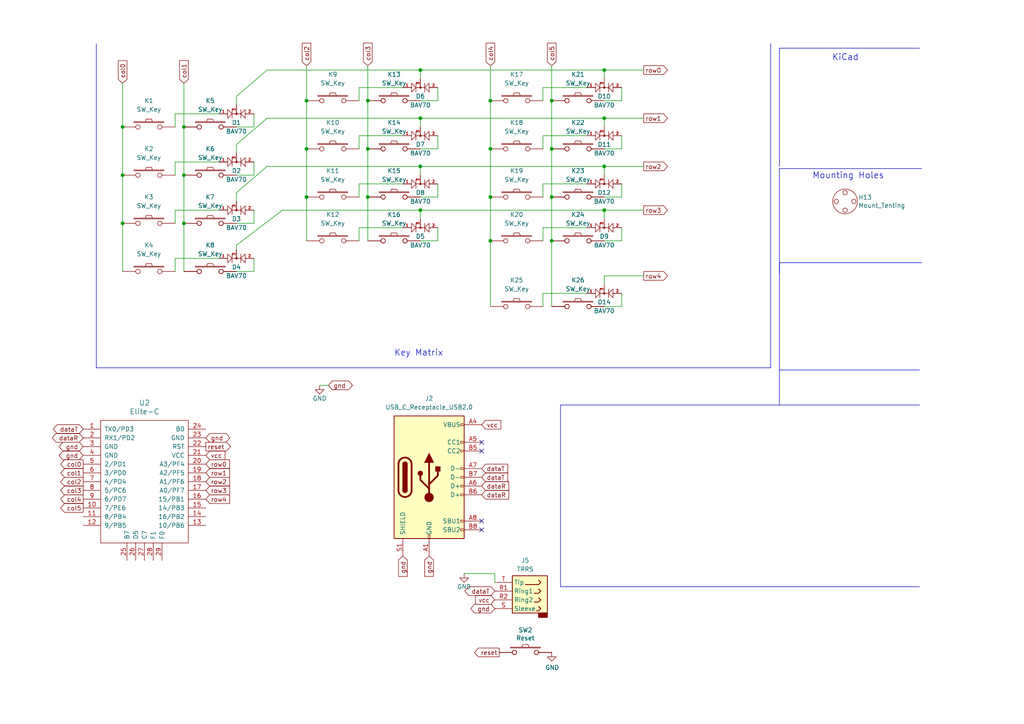
<source format=kicad_sch>
(kicad_sch (version 20230121) (generator eeschema)
  (paper "A4")
  (lib_symbols
    (symbol "Connector:USB_C_Receptacle_USB2.0" (pin_names (offset 1.016))
      (property "Reference" "J" (at -10.16 19.05 0))
      (property "Value" "USB_C_Receptacle_USB2.0" (at 19.05 19.05 0))
      (symbol "USB_C_Receptacle_USB2.0_0_0"
        (rectangle (start -0.254 -17.78) (end 0.254 -16.764))
        (rectangle (start 10.16 -14.986) (end 9.144 -15.494))
        (rectangle (start 10.16 -12.446) (end 9.144 -12.954))
        (rectangle (start 10.16 -4.826) (end 9.144 -5.334))
        (rectangle (start 10.16 -2.286) (end 9.144 -2.794))
        (rectangle (start 10.16 0.254) (end 9.144 -0.254))
        (rectangle (start 10.16 2.794) (end 9.144 2.286))
        (rectangle (start 10.16 7.874) (end 9.144 7.366))
        (rectangle (start 10.16 10.414) (end 9.144 9.906))
        (rectangle (start 10.16 15.494) (end 9.144 14.986))
      )
      (symbol "USB_C_Receptacle_USB2.0_0_1"
        (rectangle (start -10.16 17.78) (end 10.16 -17.78) (stroke (width 0.254)) (fill (type background)))
        (arc (start -8.89 -3.81) (mid -6.985 -5.7067) (end -5.08 -3.81) (stroke (width 0.508)))
        (arc (start -7.62 -3.81) (mid -6.985 -4.4423) (end -6.35 -3.81) (stroke (width 0.254)))
        (arc (start -7.62 -3.81) (mid -6.985 -4.4423) (end -6.35 -3.81) (stroke (width 0.254)) (fill (type outline)))
        (rectangle (start -7.62 -3.81) (end -6.35 3.81) (stroke (width 0.254)) (fill (type outline)))
        (arc (start -6.35 3.81) (mid -6.985 4.4423) (end -7.62 3.81) (stroke (width 0.254)))
        (arc (start -6.35 3.81) (mid -6.985 4.4423) (end -7.62 3.81) (stroke (width 0.254)) (fill (type outline)))
        (arc (start -5.08 3.81) (mid -6.985 5.7067) (end -8.89 3.81) (stroke (width 0.508)))
        (circle (center -2.54 1.143) (radius 0.635) (stroke (width 0.254)) (fill (type outline)))
        (circle (center 0 -5.842) (radius 1.27) (fill (type outline)))
        (polyline (pts (xy -8.89 -3.81) (xy -8.89 3.81)) (stroke (width 0.508)))
        (polyline (pts (xy -5.08 3.81) (xy -5.08 -3.81)) (stroke (width 0.508)))
        (polyline (pts (xy 0 -5.842) (xy 0 4.318)) (stroke (width 0.508)))
        (polyline (pts (xy 0 -3.302) (xy -2.54 -0.762) (xy -2.54 0.508)) (stroke (width 0.508)))
        (polyline (pts (xy 0 -2.032) (xy 2.54 0.508) (xy 2.54 1.778)) (stroke (width 0.508)))
        (polyline (pts (xy -1.27 4.318) (xy 0 6.858) (xy 1.27 4.318) (xy -1.27 4.318)) (stroke (width 0.254)) (fill (type outline)))
        (rectangle (start 1.905 1.778) (end 3.175 3.048) (stroke (width 0.254)) (fill (type outline)))
      )
      (symbol "USB_C_Receptacle_USB2.0_1_1"
        (pin passive line (at 0 -22.86 90) (length 5.08) (name "GND") (number "A1"))
        (pin passive line (at 0 -22.86 90) (length 5.08) hide (name "GND") (number "A12"))
        (pin passive line (at 15.24 15.24 180) (length 5.08) (name "VBUS") (number "A4"))
        (pin bidirectional line (at 15.24 10.16 180) (length 5.08) (name "CC1") (number "A5"))
        (pin bidirectional line (at 15.24 -2.54 180) (length 5.08) (name "D+") (number "A6"))
        (pin bidirectional line (at 15.24 2.54 180) (length 5.08) (name "D-") (number "A7"))
        (pin bidirectional line (at 15.24 -12.7 180) (length 5.08) (name "SBU1") (number "A8"))
        (pin passive line (at 15.24 15.24 180) (length 5.08) hide (name "VBUS") (number "A9"))
        (pin passive line (at 0 -22.86 90) (length 5.08) hide (name "GND") (number "B1"))
        (pin passive line (at 0 -22.86 90) (length 5.08) hide (name "GND") (number "B12"))
        (pin passive line (at 15.24 15.24 180) (length 5.08) hide (name "VBUS") (number "B4"))
        (pin bidirectional line (at 15.24 7.62 180) (length 5.08) (name "CC2") (number "B5"))
        (pin bidirectional line (at 15.24 -5.08 180) (length 5.08) (name "D+") (number "B6"))
        (pin bidirectional line (at 15.24 0 180) (length 5.08) (name "D-") (number "B7"))
        (pin bidirectional line (at 15.24 -15.24 180) (length 5.08) (name "SBU2") (number "B8"))
        (pin passive line (at 15.24 15.24 180) (length 5.08) hide (name "VBUS") (number "B9"))
        (pin passive line (at -7.62 -22.86 90) (length 5.08) (name "SHIELD") (number "S1"))
      )
    )
    (symbol "hillside:Mount_Tenting" (pin_names (offset 1.016)) (in_bom no)
      (property "Reference" "H" (at 3.81 1.905 0))
      (property "Value" "Mount_Tenting" (at 3.81 -1.905 0))
      (symbol "Mount_Tenting_0_1"
        (circle (center -2.54 0) (radius 0.635))
        (circle (center 0 -2.54) (radius 0.635))
        (circle (center 0 0) (radius 3.5814))
        (circle (center 0 2.54) (radius 0.635))
        (circle (center 2.54 0) (radius 0.635))
      )
    )
    (symbol "hillside:SW_Key" (pin_numbers hide) (pin_names (offset 1.016) hide)
      (property "Reference" "K" (at 0 -1.016 0))
      (property "Value" "SW_Key" (at 0 -3.302 0))
      (property "Footprint" "fingerpunch:gateron-ks27-choc-v1-reversible" (at 0 0 0))
      (symbol "SW_Key_0_1"
        (rectangle (start -4.318 1.27) (end 4.318 1.524))
        (polyline (pts (xy -1.016 1.524) (xy -0.762 2.286) (xy 0.762 2.286) (xy 1.016 1.524)))
        (pin passive inverted (at -7.62 0 0) (length 5.08) (name "1") (number "1"))
        (pin passive inverted (at 7.62 0 180) (length 5.08) (name "2") (number "2"))
      )
    )
    (symbol "hillside:SW_PUSH" (pin_numbers hide) (pin_names (offset 1.016) hide)
      (property "Reference" "SW" (at 3.81 2.794 0))
      (property "Value" "SW_PUSH" (at 0 -2.032 0))
      (symbol "SW_PUSH_0_1"
        (rectangle (start -4.318 1.27) (end 4.318 1.524))
        (polyline (pts (xy -1.016 1.524) (xy -0.762 2.286) (xy 0.762 2.286) (xy 1.016 1.524)))
        (pin passive inverted (at -7.62 0 0) (length 5.08) (name "1") (number "1"))
        (pin passive inverted (at 7.62 0 180) (length 5.08) (name "2") (number "2"))
      )
    )
    (symbol "hillside:TRRS"
      (property "Reference" "J" (at 7.62 5.715 0))
      (property "Value" "TRRS" (at 6.985 -7.62 0))
      (symbol "TRRS_0_1"
        (polyline (pts (xy 6.35 1.905) (xy 10.16 1.905) (xy 10.795 2.54) (xy 10.16 3.175)) (stroke (width 0.254)))
        (polyline (pts (xy 8.89 -0.635) (xy 10.16 -0.635) (xy 10.795 0) (xy 10.16 0.635)) (stroke (width 0.254)))
        (polyline (pts (xy 10.16 -4.445) (xy 10.795 -5.08) (xy 10.16 -5.715) (xy 9.525 -5.715)) (stroke (width 0.254)))
        (polyline (pts (xy 10.16 -1.905) (xy 10.795 -2.54) (xy 10.16 -3.175) (xy 8.89 -3.175)) (stroke (width 0.254)))
        (rectangle (start 12.7 -7.62) (end 10.16 -6.35) (stroke (width 0.254)) (fill (type outline)))
        (rectangle (start 12.7 -6.35) (end 2.54 4.445) (stroke (width 0.254)) (fill (type background)))
      )
      (symbol "TRRS_1_1"
        (pin passive line (at -2.54 0 0) (length 5.08) (name "Ring1") (number "R1"))
        (pin passive line (at -2.54 -2.54 0) (length 5.08) (name "Ring2") (number "R2"))
        (pin passive line (at -2.54 -5.08 0) (length 5.08) (name "Sleeve") (number "S"))
        (pin passive line (at -2.54 2.54 0) (length 5.08) (name "Tip") (number "T"))
      )
    )
    (symbol "hillside_basic:BAV70_Small" (pin_names (offset 0.762) hide)
      (property "Reference" "D" (at 0.635 -2.54 0))
      (property "Value" "BAV70_Small" (at 0 2.54 0))
      (symbol "BAV70_Small_0_1"
        (polyline (pts (xy -1.27 1.27) (xy -1.27 -1.27)))
        (polyline (pts (xy 1.27 0) (xy -1.27 0)))
        (polyline (pts (xy 1.27 1.27) (xy 1.27 -1.27)))
        (polyline (pts (xy -2.54 1.27) (xy -2.54 -1.27) (xy -1.27 0) (xy -2.54 1.27)))
        (polyline (pts (xy 2.54 1.27) (xy 2.54 -1.27) (xy 1.27 0) (xy 2.54 1.27)))
        (circle (center 0 0) (radius 0.254) (fill (type outline)))
      )
      (symbol "BAV70_Small_1_1"
        (pin input line (at -5.08 0 0) (length 2.54) (name "A1") (number "1"))
        (pin input line (at 5.08 0 180) (length 2.54) (name "A2") (number "2"))
        (pin passive line (at 0 -2.54 90) (length 2.54) (name "K") (number "3"))
      )
    )
    (symbol "power:GND" (power) (pin_names (offset 0))
      (property "Value" "GND" (at 0 -3.81 0))
      (symbol "GND_0_1"
        (polyline (pts (xy 0 0) (xy 0 -1.27) (xy 1.27 -1.27) (xy 0 -2.54) (xy -1.27 -1.27) (xy 0 -1.27)))
      )
      (symbol "GND_1_1"
        (pin power_in line (at 0 0 270) (length 0) hide (name "GND") (number "1"))
      )
    )
    (symbol "split_keyboard:Elite-C" (pin_names (offset 1.016))
      (property "Reference" "U" (at 0 0 0))
      (property "Value" "Elite-C" (at 0 2.54 0))
      (symbol "Elite-C_0_1"
        (rectangle (start 12.7 -19.05) (end -12.7 16.51))
      )
      (symbol "Elite-C_1_1"
        (pin input line (at -17.78 13.97 0) (length 5.08) (name "TX0/PD3") (number "1"))
        (pin input line (at -17.78 -8.89 0) (length 5.08) (name "7/PE6") (number "10"))
        (pin input line (at -17.78 -11.43 0) (length 5.08) (name "8/PB4") (number "11"))
        (pin input line (at -17.78 -13.97 0) (length 5.08) (name "9/PB5") (number "12"))
        (pin input line (at 17.78 -13.97 180) (length 5.08) (name "10/PB6") (number "13"))
        (pin input line (at 17.78 -11.43 180) (length 5.08) (name "16/PB2") (number "14"))
        (pin input line (at 17.78 -8.89 180) (length 5.08) (name "14/PB3") (number "15"))
        (pin input line (at 17.78 -6.35 180) (length 5.08) (name "15/PB1") (number "16"))
        (pin input line (at 17.78 -3.81 180) (length 5.08) (name "A0/PF7") (number "17"))
        (pin input line (at 17.78 -1.27 180) (length 5.08) (name "A1/PF6") (number "18"))
        (pin input line (at 17.78 1.27 180) (length 5.08) (name "A2/PF5") (number "19"))
        (pin input line (at -17.78 11.43 0) (length 5.08) (name "RX1/PD2") (number "2"))
        (pin input line (at 17.78 3.81 180) (length 5.08) (name "A3/PF4") (number "20"))
        (pin input line (at 17.78 6.35 180) (length 5.08) (name "VCC") (number "21"))
        (pin input line (at 17.78 8.89 180) (length 5.08) (name "RST") (number "22"))
        (pin input line (at 17.78 11.43 180) (length 5.08) (name "GND") (number "23"))
        (pin input line (at 17.78 13.97 180) (length 5.08) (name "B0") (number "24"))
        (pin input line (at -5.08 -24.13 90) (length 5.08) (name "B7") (number "25"))
        (pin input line (at -2.54 -24.13 90) (length 5.08) (name "D5") (number "26"))
        (pin input line (at 0 -24.13 90) (length 5.08) (name "C7") (number "27"))
        (pin input line (at 2.54 -24.13 90) (length 5.08) (name "F1") (number "28"))
        (pin input line (at 5.08 -24.13 90) (length 5.08) (name "F0") (number "29"))
        (pin input line (at -17.78 8.89 0) (length 5.08) (name "GND") (number "3"))
        (pin input line (at -17.78 6.35 0) (length 5.08) (name "GND") (number "4"))
        (pin input line (at -17.78 3.81 0) (length 5.08) (name "2/PD1") (number "5"))
        (pin input line (at -17.78 1.27 0) (length 5.08) (name "3/PD0") (number "6"))
        (pin input line (at -17.78 -1.27 0) (length 5.08) (name "4/PD4") (number "7"))
        (pin input line (at -17.78 -3.81 0) (length 5.08) (name "5/PC6") (number "8"))
        (pin input line (at -17.78 -6.35 0) (length 5.08) (name "6/PD7") (number "9"))
      )
    )
  )
  (junction (at 121.92 60.96))
  (junction (at 142.24 57.15))
  (junction (at 142.24 29.21))
  (junction (at 106.68 29.21))
  (junction (at 88.9 43.18))
  (junction (at 142.24 69.85))
  (junction (at 121.92 34.29))
  (junction (at 88.9 57.15))
  (junction (at 106.68 57.15))
  (junction (at 160.02 43.18))
  (junction (at 175.26 48.26))
  (junction (at 142.24 43.18))
  (junction (at 35.56 50.8))
  (junction (at 53.34 64.77))
  (junction (at 160.02 29.21))
  (junction (at 175.26 20.32))
  (junction (at 53.34 50.8))
  (junction (at 160.02 57.15))
  (junction (at 175.26 34.29))
  (junction (at 106.68 43.18))
  (junction (at 160.02 69.85))
  (junction (at 175.26 60.96))
  (junction (at 35.56 64.77))
  (junction (at 53.34 36.83))
  (junction (at 121.92 20.32))
  (junction (at 88.9 29.21))
  (junction (at 35.56 36.83))
  (junction (at 121.92 48.26))
  (no_connect (at 139.7 151.13))
  (no_connect (at 139.7 153.67))
  (no_connect (at 139.7 130.81))
  (no_connect (at 139.7 128.27))
  (wire (pts (xy 77.47 48.26) (xy 121.92 48.26)))
  (polyline (pts (xy 267.335 76.2) (xy 226.06 76.2)))
  (wire (pts (xy 53.34 50.8) (xy 53.34 64.77)))
  (wire (pts (xy 160.02 57.15) (xy 160.02 69.85)))
  (wire (pts (xy 121.92 43.18) (xy 127 43.18)))
  (wire (pts (xy 121.92 36.83) (xy 121.92 34.29)))
  (wire (pts (xy 160.02 43.18) (xy 160.02 57.15)))
  (polyline (pts (xy 226.06 13.97) (xy 226.06 48.26)))
  (wire (pts (xy 53.34 36.83) (xy 53.34 50.8)))
  (wire (pts (xy 121.92 20.32) (xy 175.26 20.32)))
  (wire (pts (xy 180.34 39.37) (xy 180.34 43.18)))
  (wire (pts (xy 35.56 24.13) (xy 35.56 36.83)))
  (wire (pts (xy 50.8 64.77) (xy 50.8 60.96)))
  (polyline (pts (xy 223.52 106.68) (xy 27.94 106.68)))
  (wire (pts (xy 106.68 29.21) (xy 106.68 43.18)))
  (wire (pts (xy 175.26 60.96) (xy 186.69 60.96)))
  (wire (pts (xy 50.8 74.93) (xy 63.5 74.93)))
  (wire (pts (xy 50.8 36.83) (xy 50.8 33.02)))
  (wire (pts (xy 92.71 111.76) (xy 95.25 111.76)))
  (wire (pts (xy 175.26 60.96) (xy 175.26 63.5)))
  (wire (pts (xy 157.48 29.21) (xy 157.48 25.4)))
  (wire (pts (xy 142.24 57.15) (xy 142.24 43.18)))
  (wire (pts (xy 142.24 69.85) (xy 142.24 88.9)))
  (wire (pts (xy 121.92 34.29) (xy 175.26 34.29)))
  (wire (pts (xy 121.92 50.8) (xy 121.92 48.26)))
  (wire (pts (xy 186.69 20.32) (xy 175.26 20.32)))
  (wire (pts (xy 104.14 29.21) (xy 104.14 25.4)))
  (wire (pts (xy 157.48 57.15) (xy 157.48 53.34)))
  (polyline (pts (xy 226.06 48.895) (xy 226.06 79.375)))
  (wire (pts (xy 134.62 166.37) (xy 143.51 166.37)))
  (wire (pts (xy 116.84 39.37) (xy 104.14 39.37)))
  (wire (pts (xy 180.34 29.21) (xy 180.34 25.4)))
  (wire (pts (xy 77.47 34.29) (xy 121.92 34.29)))
  (wire (pts (xy 180.34 43.18) (xy 175.26 43.18)))
  (polyline (pts (xy 162.56 170.18) (xy 266.7 170.18)))
  (polyline (pts (xy 162.56 117.475) (xy 162.56 170.18)))
  (polyline (pts (xy 266.7 13.97) (xy 226.06 13.97)))
  (wire (pts (xy 142.24 43.18) (xy 142.24 29.21)))
  (wire (pts (xy 180.34 57.15) (xy 175.26 57.15)))
  (wire (pts (xy 127 29.21) (xy 121.92 29.21)))
  (wire (pts (xy 160.02 69.85) (xy 160.02 88.9)))
  (polyline (pts (xy 267.335 48.895) (xy 226.06 48.895)))
  (wire (pts (xy 121.92 60.96) (xy 175.26 60.96)))
  (wire (pts (xy 68.58 71.12) (xy 81.915 60.96)))
  (wire (pts (xy 50.8 60.96) (xy 63.5 60.96)))
  (wire (pts (xy 35.56 50.8) (xy 35.56 64.77)))
  (wire (pts (xy 121.92 22.86) (xy 121.92 20.32)))
  (wire (pts (xy 127 69.85) (xy 127 66.04)))
  (wire (pts (xy 104.14 43.18) (xy 104.14 39.37)))
  (wire (pts (xy 77.47 20.32) (xy 121.92 20.32)))
  (wire (pts (xy 104.14 57.15) (xy 104.14 53.34)))
  (wire (pts (xy 73.66 60.96) (xy 73.66 64.77)))
  (polyline (pts (xy 226.06 107.315) (xy 266.7 107.315)))
  (wire (pts (xy 73.66 78.74) (xy 68.58 78.74)))
  (wire (pts (xy 73.66 74.93) (xy 73.66 78.74)))
  (wire (pts (xy 88.9 19.05) (xy 88.9 29.21)))
  (wire (pts (xy 175.26 48.26) (xy 175.26 50.8)))
  (wire (pts (xy 53.34 64.77) (xy 53.34 78.74)))
  (wire (pts (xy 68.58 27.94) (xy 68.58 30.48)))
  (wire (pts (xy 50.8 50.8) (xy 50.8 46.99)))
  (wire (pts (xy 127 29.21) (xy 127 25.4)))
  (polyline (pts (xy 223.52 12.7) (xy 223.52 106.68)))
  (wire (pts (xy 88.9 43.18) (xy 88.9 29.21)))
  (wire (pts (xy 170.18 85.09) (xy 157.48 85.09)))
  (wire (pts (xy 157.48 69.85) (xy 157.48 66.04)))
  (wire (pts (xy 35.56 36.83) (xy 35.56 50.8)))
  (wire (pts (xy 175.26 80.01) (xy 175.26 82.55)))
  (wire (pts (xy 175.26 29.21) (xy 180.34 29.21)))
  (wire (pts (xy 160.02 29.21) (xy 160.02 43.18)))
  (wire (pts (xy 68.58 71.12) (xy 68.58 72.39)))
  (wire (pts (xy 180.34 66.04) (xy 180.34 69.85)))
  (wire (pts (xy 88.9 57.15) (xy 88.9 69.85)))
  (wire (pts (xy 68.58 27.94) (xy 77.47 20.32)))
  (wire (pts (xy 175.26 36.83) (xy 175.26 34.29)))
  (wire (pts (xy 121.92 63.5) (xy 121.92 60.96)))
  (wire (pts (xy 73.66 64.77) (xy 68.58 64.77)))
  (wire (pts (xy 35.56 64.77) (xy 35.56 78.74)))
  (wire (pts (xy 68.58 55.88) (xy 77.47 48.26)))
  (wire (pts (xy 50.8 78.74) (xy 50.8 74.93)))
  (wire (pts (xy 186.69 48.26) (xy 175.26 48.26)))
  (polyline (pts (xy 162.56 117.475) (xy 266.7 117.475)))
  (wire (pts (xy 121.92 48.26) (xy 175.26 48.26)))
  (wire (pts (xy 104.14 53.34) (xy 116.84 53.34)))
  (wire (pts (xy 104.14 25.4) (xy 116.84 25.4)))
  (wire (pts (xy 180.34 53.34) (xy 180.34 57.15)))
  (wire (pts (xy 142.24 19.05) (xy 142.24 29.21)))
  (wire (pts (xy 73.66 46.99) (xy 73.66 50.8)))
  (polyline (pts (xy 27.94 12.7) (xy 27.94 106.68)))
  (wire (pts (xy 175.26 34.29) (xy 186.69 34.29)))
  (wire (pts (xy 160.02 19.05) (xy 160.02 29.21)))
  (wire (pts (xy 157.48 88.9) (xy 157.48 85.09)))
  (wire (pts (xy 175.26 22.86) (xy 175.26 20.32)))
  (wire (pts (xy 180.34 85.09) (xy 180.34 88.9)))
  (polyline (pts (xy 226.06 107.315) (xy 226.06 117.475)))
  (wire (pts (xy 170.18 53.34) (xy 157.48 53.34)))
  (wire (pts (xy 104.14 66.04) (xy 116.84 66.04)))
  (wire (pts (xy 73.66 50.8) (xy 68.58 50.8)))
  (wire (pts (xy 180.34 88.9) (xy 175.26 88.9)))
  (wire (pts (xy 127 43.18) (xy 127 39.37)))
  (wire (pts (xy 143.51 166.37) (xy 143.51 168.91)))
  (wire (pts (xy 142.24 57.15) (xy 142.24 69.85)))
  (wire (pts (xy 50.8 46.99) (xy 63.5 46.99)))
  (wire (pts (xy 50.8 33.02) (xy 63.5 33.02)))
  (wire (pts (xy 53.34 24.13) (xy 53.34 36.83)))
  (wire (pts (xy 68.58 41.91) (xy 77.47 34.29)))
  (wire (pts (xy 88.9 57.15) (xy 88.9 43.18)))
  (wire (pts (xy 106.68 19.05) (xy 106.68 29.21)))
  (wire (pts (xy 170.18 66.04) (xy 157.48 66.04)))
  (wire (pts (xy 81.915 60.96) (xy 121.92 60.96)))
  (wire (pts (xy 121.92 69.85) (xy 127 69.85)))
  (wire (pts (xy 73.66 33.02) (xy 73.66 36.83)))
  (wire (pts (xy 157.48 25.4) (xy 170.18 25.4)))
  (polyline (pts (xy 226.06 76.2) (xy 226.06 107.315)))
  (wire (pts (xy 157.48 39.37) (xy 170.18 39.37)))
  (wire (pts (xy 121.92 57.15) (xy 127 57.15)))
  (wire (pts (xy 68.58 41.91) (xy 68.58 44.45)))
  (wire (pts (xy 106.68 57.15) (xy 106.68 69.85)))
  (wire (pts (xy 104.14 69.85) (xy 104.14 66.04)))
  (wire (pts (xy 106.68 43.18) (xy 106.68 57.15)))
  (wire (pts (xy 180.34 69.85) (xy 175.26 69.85)))
  (wire (pts (xy 157.48 43.18) (xy 157.48 39.37)))
  (wire (pts (xy 175.26 80.01) (xy 186.69 80.01)))
  (wire (pts (xy 73.66 36.83) (xy 68.58 36.83)))
  (wire (pts (xy 127 57.15) (xy 127 53.34)))
  (wire (pts (xy 68.58 55.88) (xy 68.58 58.42)))
  (text "Key Matrix" (at 114.3 103.505 0) (effects (font (size 1.778 1.778)) (justify left bottom)))
  (text "KiCad" (at 241.3 17.78 0) (effects (font (size 1.778 1.778)) (justify left bottom)))
  (text "Mounting Holes" (at 235.585 52.07 0) (effects (font (size 1.78 1.78)) (justify left bottom)))
  (global_label "gnd" (shape bidirectional) (at 59.69 127 0) (property "Intersheetrefs" "${INTERSHEET_REFS}" (effects hide)))
  (global_label "dataT" (shape input) (at 139.7 135.89 0) (property "Intersheetrefs" "${INTERSHEET_REFS}" (effects hide)))
  (global_label "vcc" (shape input) (at 143.51 173.99 180) (property "Intersheetrefs" "${INTERSHEET_REFS}" (effects hide)))
  (global_label "reset" (shape output) (at 144.78 189.23 180) (property "Intersheetrefs" "${INTERSHEET_REFS}" (effects hide)))
  (global_label "gnd" (shape bidirectional) (at 24.13 132.08 180) (property "Intersheetrefs" "${INTERSHEET_REFS}" (effects hide)))
  (global_label "gnd" (shape bidirectional) (at 95.25 111.76 0) (property "Intersheetrefs" "${INTERSHEET_REFS}" (effects hide)))
  (global_label "row2" (shape output) (at 186.69 48.26 0) (property "Intersheetrefs" "${INTERSHEET_REFS}" (effects hide)))
  (global_label "reset" (shape output) (at 59.69 129.54 0) (property "Intersheetrefs" "${INTERSHEET_REFS}" (effects hide)))
  (global_label "vcc" (shape input) (at 59.69 132.08 0) (property "Intersheetrefs" "${INTERSHEET_REFS}" (effects hide)))
  (global_label "row3" (shape input) (at 59.69 142.24 0) (property "Intersheetrefs" "${INTERSHEET_REFS}" (effects hide)))
  (global_label "col3" (shape input) (at 106.68 19.05 90) (property "Intersheetrefs" "${INTERSHEET_REFS}" (effects hide)))
  (global_label "col0" (shape output) (at 24.13 134.62 180) (property "Intersheetrefs" "${INTERSHEET_REFS}" (effects hide)))
  (global_label "col4" (shape input) (at 142.24 19.05 90) (property "Intersheetrefs" "${INTERSHEET_REFS}" (effects hide)))
  (global_label "row4" (shape input) (at 59.69 144.78 0) (property "Intersheetrefs" "${INTERSHEET_REFS}" (effects hide)))
  (global_label "col5" (shape input) (at 160.02 19.05 90) (property "Intersheetrefs" "${INTERSHEET_REFS}" (effects hide)))
  (global_label "col5" (shape output) (at 24.13 147.32 180) (property "Intersheetrefs" "${INTERSHEET_REFS}" (effects hide)))
  (global_label "row0" (shape output) (at 186.69 20.32 0) (property "Intersheetrefs" "${INTERSHEET_REFS}" (effects hide)))
  (global_label "gnd" (shape input) (at 124.46 161.29 270) (property "Intersheetrefs" "${INTERSHEET_REFS}" (effects hide)))
  (global_label "row3" (shape output) (at 186.69 60.96 0) (property "Intersheetrefs" "${INTERSHEET_REFS}" (effects hide)))
  (global_label "row4" (shape output) (at 186.69 80.01 0) (property "Intersheetrefs" "${INTERSHEET_REFS}" (effects hide)))
  (global_label "col1" (shape input) (at 53.34 24.13 90) (property "Intersheetrefs" "${INTERSHEET_REFS}" (effects hide)))
  (global_label "col4" (shape output) (at 24.13 144.78 180) (property "Intersheetrefs" "${INTERSHEET_REFS}" (effects hide)))
  (global_label "col1" (shape output) (at 24.13 137.16 180) (property "Intersheetrefs" "${INTERSHEET_REFS}" (effects hide)))
  (global_label "row0" (shape input) (at 59.69 134.62 0) (property "Intersheetrefs" "${INTERSHEET_REFS}" (effects hide)))
  (global_label "gnd" (shape bidirectional) (at 24.13 129.54 180) (property "Intersheetrefs" "${INTERSHEET_REFS}" (effects hide)))
  (global_label "gnd" (shape input) (at 116.84 161.29 270) (property "Intersheetrefs" "${INTERSHEET_REFS}" (effects hide)))
  (global_label "dataT" (shape input) (at 139.7 138.43 0) (property "Intersheetrefs" "${INTERSHEET_REFS}" (effects hide)))
  (global_label "col3" (shape output) (at 24.13 142.24 180) (property "Intersheetrefs" "${INTERSHEET_REFS}" (effects hide)))
  (global_label "dataR" (shape input) (at 139.7 143.51 0) (property "Intersheetrefs" "${INTERSHEET_REFS}" (effects hide)))
  (global_label "dataR" (shape input) (at 139.7 140.97 0) (property "Intersheetrefs" "${INTERSHEET_REFS}" (effects hide)))
  (global_label "dataT" (shape bidirectional) (at 24.13 124.46 180) (property "Intersheetrefs" "${INTERSHEET_REFS}" (effects hide)))
  (global_label "row2" (shape input) (at 59.69 139.7 0) (property "Intersheetrefs" "${INTERSHEET_REFS}" (effects hide)))
  (global_label "gnd" (shape bidirectional) (at 143.51 176.53 180) (property "Intersheetrefs" "${INTERSHEET_REFS}" (effects hide)))
  (global_label "col2" (shape output) (at 24.13 139.7 180) (property "Intersheetrefs" "${INTERSHEET_REFS}" (effects hide)))
  (global_label "vcc" (shape input) (at 139.7 123.19 0) (property "Intersheetrefs" "${INTERSHEET_REFS}" (effects hide)))
  (global_label "dataR" (shape bidirectional) (at 24.13 127 180) (property "Intersheetrefs" "${INTERSHEET_REFS}" (effects hide)))
  (global_label "row1" (shape output) (at 186.69 34.29 0) (property "Intersheetrefs" "${INTERSHEET_REFS}" (effects hide)))
  (global_label "col2" (shape input) (at 88.9 19.05 90) (property "Intersheetrefs" "${INTERSHEET_REFS}" (effects hide)))
  (global_label "row1" (shape input) (at 59.69 137.16 0) (property "Intersheetrefs" "${INTERSHEET_REFS}" (effects hide)))
  (global_label "col0" (shape input) (at 35.56 24.13 90) (property "Intersheetrefs" "${INTERSHEET_REFS}" (effects hide)))
  (global_label "dataT" (shape bidirectional) (at 143.51 171.45 180) (property "Intersheetrefs" "${INTERSHEET_REFS}" (effects hide)))
  (symbol (lib_id "hillside:SW_Key") (at 60.96 64.77 0) (unit 1)
    (property "Reference" "K7" (at 60.96 57.15 0))
    (property "Value" "SW_Key" (at 60.96 59.69 0))
    (property "Footprint" "fingerpunch:gateron-ks27-choc-v1-reversible" (effects hide))
    (property "Config" "Core" (effects hide))
  )
  (symbol (lib_id "hillside:TRRS") (at 146.05 171.45 0) (unit 1)
    (property "Reference" "J5" (at 151.13 162.56 0) (effects (justify left)))
    (property "Value" "TRRS" (at 149.86 165.1 0) (effects (justify left)))
    (property "Footprint" "hillside:MJ-4PP-9" (effects hide))
    (property "Config" "Wired" (effects hide))
  )
  (symbol (lib_id "hillside:SW_Key") (at 167.64 43.18 0) (unit 1)
    (property "Reference" "K22" (at 167.64 35.56 0))
    (property "Value" "SW_Key" (at 167.64 38.1 0))
    (property "Footprint" "fingerpunch:gateron-ks27-choc-v1-reversible" (effects hide))
    (property "Config" "Core" (effects hide))
  )
  (symbol (lib_id "hillside:SW_Key") (at 167.64 29.21 0) (unit 1)
    (property "Reference" "K21" (at 167.64 21.59 0))
    (property "Value" "SW_Key" (at 167.64 24.13 0))
    (property "Footprint" "fingerpunch:gateron-ks27-choc-v1-reversible" (effects hide))
    (property "Config" "Core" (effects hide))
  )
  (symbol (lib_id "hillside:SW_Key") (at 149.86 88.9 0) (unit 1)
    (property "Reference" "K25" (at 149.86 81.28 0))
    (property "Value" "SW_Key" (at 149.86 83.82 0))
    (property "Footprint" "fingerpunch:gateron-ks27-choc-v1-reversible" (effects hide))
    (property "Config" "Core" (effects hide))
  )
  (symbol (lib_id "hillside:SW_Key") (at 60.96 36.83 0) (unit 1)
    (property "Reference" "K5" (at 60.96 29.21 0))
    (property "Value" "SW_Key" (at 60.96 31.75 0))
    (property "Footprint" "fingerpunch:gateron-ks27-choc-v1-reversible" (effects hide))
    (property "Config" "Core" (effects hide))
  )
  (symbol (lib_id "hillside:SW_Key") (at 43.18 64.77 0) (unit 1)
    (property "Reference" "K3" (at 43.18 57.15 0))
    (property "Value" "SW_Key" (at 43.18 59.69 0))
    (property "Footprint" "fingerpunch:gateron-ks27-choc-v1-reversible" (effects hide))
    (property "Config" "Core" (effects hide))
  )
  (symbol (lib_id "hillside:SW_Key") (at 43.18 78.74 0) (unit 1)
    (property "Reference" "K4" (at 43.18 71.12 0))
    (property "Value" "SW_Key" (at 43.18 73.66 0))
    (property "Footprint" "fingerpunch:gateron-ks27-choc-v1-reversible" (effects hide))
    (property "Config" "Core" (effects hide))
  )
  (symbol (lib_id "hillside:SW_Key") (at 114.3 57.15 0) (unit 1)
    (property "Reference" "K15" (at 114.3 49.53 0))
    (property "Value" "SW_Key" (at 114.3 52.07 0))
    (property "Footprint" "fingerpunch:gateron-ks27-choc-v1-reversible" (effects hide))
    (property "Config" "Core" (effects hide))
  )
  (symbol (lib_id "hillside:SW_Key") (at 96.52 43.18 0) (unit 1)
    (property "Reference" "K10" (at 96.52 35.56 0))
    (property "Value" "SW_Key" (at 96.52 38.1 0))
    (property "Footprint" "fingerpunch:gateron-ks27-choc-v1-reversible" (effects hide))
    (property "Config" "Core" (effects hide))
  )
  (symbol (lib_id "hillside_basic:BAV70_Small") (at 68.58 60.96 0) (mirror x) (unit 1)
    (property "Reference" "D3" (at 68.58 63.5 0))
    (property "Value" "BAV70" (at 68.58 66.04 0))
    (property "Footprint" "hillside_basic:SOT-23" (effects hide))
    (property "Datasheet" "https://assets.nexperia.com/documents/data-sheet/BAV70_SER.pdf" (effects hide))
    (property "LCSC" "C68978" (effects hide))
    (property "JLC Type" "Basic" (effects hide))
    (property "Price" ".02 @15+" (effects hide))
    (property "Config" "Core" (effects hide))
  )
  (symbol (lib_id "Connector:USB_C_Receptacle_USB2.0") (at 124.46 138.43 0) (unit 1)
    (property "Reference" "J2" (at 124.46 115.57 0))
    (property "Value" "USB_C_Receptacle_USB2.0" (at 124.46 118.11 0))
    (property "Footprint" "keyboard_reversible:USB_C_16p" (effects hide))
    (property "Datasheet" "https://www.usb.org/sites/default/files/documents/usb_type-c.zip" (effects hide))
  )
  (symbol (lib_id "hillside:Mount_Tenting") (at 245.11 58.42 0) (unit 1)
    (property "Reference" "H13" (at 248.92 56.515 0) (effects (justify left top)))
    (property "Value" "Mount_Tenting" (at 248.92 60.325 0) (effects (justify left bottom)))
    (property "Footprint" "hillside:Tenting_Puck" (effects hide))
    (property "Config" "do not fit" (effects hide))
  )
  (symbol (lib_id "hillside:SW_Key") (at 167.64 69.85 0) (unit 1)
    (property "Reference" "K24" (at 167.64 62.23 0))
    (property "Value" "SW_Key" (at 167.64 64.77 0))
    (property "Footprint" "fingerpunch:gateron-ks27-choc-v1-reversible" (effects hide))
    (property "Config" "Core" (effects hide))
  )
  (symbol (lib_id "hillside_basic:BAV70_Small") (at 121.92 53.34 0) (mirror x) (unit 1)
    (property "Reference" "D8" (at 121.92 55.88 0))
    (property "Value" "BAV70" (at 121.92 58.42 0))
    (property "Footprint" "hillside_basic:SOT-23" (effects hide))
    (property "Datasheet" "https://assets.nexperia.com/documents/data-sheet/BAV70_SER.pdf" (effects hide))
    (property "LCSC" "C68978" (effects hide))
    (property "JLC Type" "Basic" (effects hide))
    (property "Price" ".02 @15+" (effects hide))
    (property "Config" "Core" (effects hide))
  )
  (symbol (lib_id "hillside_basic:BAV70_Small") (at 121.92 25.4 0) (mirror x) (unit 1)
    (property "Reference" "D6" (at 121.92 27.94 0))
    (property "Value" "BAV70" (at 121.92 30.48 0))
    (property "Footprint" "hillside_basic:SOT-23" (effects hide))
    (property "Datasheet" "https://assets.nexperia.com/documents/data-sheet/BAV70_SER.pdf" (effects hide))
    (property "LCSC" "C68978" (effects hide))
    (property "JLC Type" "Basic" (effects hide))
    (property "Price" ".02 @15+" (effects hide))
    (property "Config" "Core" (effects hide))
  )
  (symbol (lib_id "hillside:SW_Key") (at 114.3 43.18 0) (unit 1)
    (property "Reference" "K14" (at 114.3 35.56 0))
    (property "Value" "SW_Key" (at 114.3 38.1 0))
    (property "Footprint" "fingerpunch:gateron-ks27-choc-v1-reversible" (effects hide))
    (property "Config" "Core" (effects hide))
  )
  (symbol (lib_id "hillside:SW_Key") (at 114.3 29.21 0) (unit 1)
    (property "Reference" "K13" (at 114.3 21.59 0))
    (property "Value" "SW_Key" (at 114.3 24.13 0))
    (property "Footprint" "fingerpunch:gateron-ks27-choc-v1-reversible" (effects hide))
    (property "Config" "Core" (effects hide))
  )
  (symbol (lib_id "power:GND") (at 92.71 111.76 0) (unit 1)
    (property "Reference" "#PWR09" (effects hide))
    (property "Value" "GND" (at 92.71 115.57 0))
  )
  (symbol (lib_id "hillside:SW_Key") (at 43.18 50.8 0) (unit 1)
    (property "Reference" "K2" (at 43.18 43.18 0))
    (property "Value" "SW_Key" (at 43.18 45.72 0))
    (property "Footprint" "fingerpunch:gateron-ks27-choc-v1-reversible" (effects hide))
    (property "Config" "Core" (effects hide))
  )
  (symbol (lib_id "hillside:SW_Key") (at 43.18 36.83 0) (unit 1)
    (property "Reference" "K1" (at 43.18 29.21 0))
    (property "Value" "SW_Key" (at 43.18 31.75 0))
    (property "Footprint" "fingerpunch:gateron-ks27-choc-v1-reversible" (effects hide))
    (property "Config" "Core" (effects hide))
  )
  (symbol (lib_id "hillside:SW_Key") (at 96.52 29.21 0) (unit 1)
    (property "Reference" "K9" (at 96.52 21.59 0))
    (property "Value" "SW_Key" (at 96.52 24.13 0))
    (property "Footprint" "fingerpunch:gateron-ks27-choc-v1-reversible" (effects hide))
    (property "Config" "Core" (effects hide))
  )
  (symbol (lib_id "hillside_basic:BAV70_Small") (at 68.58 46.99 0) (mirror x) (unit 1)
    (property "Reference" "D2" (at 68.58 49.53 0))
    (property "Value" "BAV70" (at 68.58 52.07 0))
    (property "Footprint" "hillside_basic:SOT-23" (effects hide))
    (property "Datasheet" "https://assets.nexperia.com/documents/data-sheet/BAV70_SER.pdf" (effects hide))
    (property "LCSC" "C68978" (effects hide))
    (property "JLC Type" "Basic" (effects hide))
    (property "Price" ".02 @15+" (effects hide))
    (property "Config" "Core" (effects hide))
  )
  (symbol (lib_id "hillside_basic:BAV70_Small") (at 121.92 66.04 0) (mirror x) (unit 1)
    (property "Reference" "D5" (at 121.92 68.58 0))
    (property "Value" "BAV70" (at 121.92 71.12 0))
    (property "Footprint" "hillside_basic:SOT-23" (effects hide))
    (property "Datasheet" "https://assets.nexperia.com/documents/data-sheet/BAV70_SER.pdf" (effects hide))
    (property "LCSC" "C68978" (effects hide))
    (property "JLC Type" "Basic" (effects hide))
    (property "Price" ".02 @15+" (effects hide))
    (property "Config" "Core" (effects hide))
  )
  (symbol (lib_id "hillside:SW_Key") (at 167.64 57.15 0) (unit 1)
    (property "Reference" "K23" (at 167.64 49.53 0))
    (property "Value" "SW_Key" (at 167.64 52.07 0))
    (property "Footprint" "fingerpunch:gateron-ks27-choc-v1-reversible" (effects hide))
    (property "Config" "Core" (effects hide))
  )
  (symbol (lib_id "hillside:SW_Key") (at 149.86 57.15 0) (unit 1)
    (property "Reference" "K19" (at 149.86 49.53 0))
    (property "Value" "SW_Key" (at 149.86 52.07 0))
    (property "Footprint" "fingerpunch:gateron-ks27-choc-v1-reversible" (effects hide))
    (property "Config" "Core" (effects hide))
  )
  (symbol (lib_id "hillside_basic:BAV70_Small") (at 175.26 39.37 0) (mirror x) (unit 1)
    (property "Reference" "D11" (at 175.26 41.91 0))
    (property "Value" "BAV70" (at 175.26 44.45 0))
    (property "Footprint" "hillside_basic:SOT-23" (effects hide))
    (property "Datasheet" "https://assets.nexperia.com/documents/data-sheet/BAV70_SER.pdf" (effects hide))
    (property "LCSC" "C68978" (effects hide))
    (property "JLC Type" "Basic" (effects hide))
    (property "Price" ".02 @15+" (effects hide))
    (property "Config" "Core" (effects hide))
  )
  (symbol (lib_id "hillside:SW_Key") (at 149.86 29.21 0) (unit 1)
    (property "Reference" "K17" (at 149.86 21.59 0))
    (property "Value" "SW_Key" (at 149.86 24.13 0))
    (property "Footprint" "fingerpunch:gateron-ks27-choc-v1-reversible" (effects hide))
    (property "Config" "Core" (effects hide))
  )
  (symbol (lib_id "hillside:SW_Key") (at 149.86 43.18 0) (unit 1)
    (property "Reference" "K18" (at 149.86 35.56 0))
    (property "Value" "SW_Key" (at 149.86 38.1 0))
    (property "Footprint" "fingerpunch:gateron-ks27-choc-v1-reversible" (effects hide))
    (property "Config" "Core" (effects hide))
  )
  (symbol (lib_id "hillside_basic:BAV70_Small") (at 175.26 53.34 0) (mirror x) (unit 1)
    (property "Reference" "D12" (at 175.26 55.88 0))
    (property "Value" "BAV70" (at 175.26 58.42 0))
    (property "Footprint" "hillside_basic:SOT-23" (effects hide))
    (property "Datasheet" "https://assets.nexperia.com/documents/data-sheet/BAV70_SER.pdf" (effects hide))
    (property "LCSC" "C68978" (effects hide))
    (property "JLC Type" "Basic" (effects hide))
    (property "Price" ".02 @15+" (effects hide))
    (property "Config" "Core" (effects hide))
  )
  (symbol (lib_id "hillside:SW_Key") (at 60.96 78.74 0) (unit 1)
    (property "Reference" "K8" (at 60.96 71.12 0))
    (property "Value" "SW_Key" (at 60.96 73.66 0))
    (property "Footprint" "fingerpunch:gateron-ks27-choc-v1-reversible" (effects hide))
    (property "Config" "Core" (effects hide))
  )
  (symbol (lib_id "hillside:SW_Key") (at 96.52 69.85 0) (unit 1)
    (property "Reference" "K12" (at 96.52 62.23 0))
    (property "Value" "SW_Key" (at 96.52 64.77 0))
    (property "Footprint" "fingerpunch:gateron-ks27-choc-v1-reversible" (effects hide))
    (property "Config" "Core" (effects hide))
  )
  (symbol (lib_id "power:GND") (at 160.02 189.23 0) (unit 1)
    (property "Reference" "#PWR08" (effects hide))
    (property "Value" "GND" (at 160.147 193.6242 0))
  )
  (symbol (lib_id "hillside:SW_PUSH") (at 152.4 189.23 0) (unit 1)
    (property "Reference" "SW2" (at 152.4 182.753 0))
    (property "Value" "Reset" (at 152.4 185.0644 0))
    (property "Footprint" "hillside_basic:SW_SPST_SKQG_WithStem" (effects hide))
    (property "JLC Type" "Basic" (effects hide))
    (property "LCSC" "C318884" (effects hide))
    (property "Price" ".02 @5+" (effects hide))
    (property "Config" "Advised" (effects hide))
  )
  (symbol (lib_id "split_keyboard:Elite-C") (at 41.91 138.43 0) (unit 1)
    (property "Reference" "U2" (at 41.91 116.84 0) (effects (font (size 1.524 1.524))))
    (property "Value" "Elite-C" (at 41.91 119.38 0) (effects (font (size 1.524 1.524))))
    (property "Footprint" "keyboard_reversible:promicro-slim" (effects hide))
  )
  (symbol (lib_id "hillside:SW_Key") (at 167.64 88.9 0) (unit 1)
    (property "Reference" "K26" (at 167.64 81.28 0))
    (property "Value" "SW_Key" (at 167.64 83.82 0))
    (property "Footprint" "fingerpunch:gateron-ks27-choc-v1-reversible-1.5" (effects hide))
    (property "Config" "Core" (effects hide))
  )
  (symbol (lib_id "hillside_basic:BAV70_Small") (at 121.92 39.37 0) (mirror x) (unit 1)
    (property "Reference" "D7" (at 121.92 41.91 0))
    (property "Value" "BAV70" (at 121.92 44.45 0))
    (property "Footprint" "hillside_basic:SOT-23" (effects hide))
    (property "Datasheet" "https://assets.nexperia.com/documents/data-sheet/BAV70_SER.pdf" (effects hide))
    (property "LCSC" "C68978" (effects hide))
    (property "JLC Type" "Basic" (effects hide))
    (property "Price" ".02 @15+" (effects hide))
    (property "Config" "Core" (effects hide))
  )
  (symbol (lib_id "hillside:SW_Key") (at 60.96 50.8 0) (unit 1)
    (property "Reference" "K6" (at 60.96 43.18 0))
    (property "Value" "SW_Key" (at 60.96 45.72 0))
    (property "Footprint" "fingerpunch:gateron-ks27-choc-v1-reversible" (effects hide))
    (property "Config" "Core" (effects hide))
  )
  (symbol (lib_id "power:GND") (at 134.62 166.37 0) (unit 1)
    (property "Reference" "#PWR06" (effects hide))
    (property "Value" "GND" (at 134.62 170.18 0))
  )
  (symbol (lib_id "hillside_basic:BAV70_Small") (at 175.26 85.09 0) (mirror x) (unit 1)
    (property "Reference" "D14" (at 175.26 87.63 0))
    (property "Value" "BAV70" (at 175.26 90.17 0))
    (property "Footprint" "hillside_basic:SOT-23" (effects hide))
    (property "Datasheet" "https://assets.nexperia.com/documents/data-sheet/BAV70_SER.pdf" (effects hide))
    (property "LCSC" "C68978" (effects hide))
    (property "JLC Type" "Basic" (effects hide))
    (property "Price" ".02 @15+" (effects hide))
    (property "Config" "Core" (effects hide))
  )
  (symbol (lib_id "hillside_basic:BAV70_Small") (at 175.26 66.04 0) (mirror x) (unit 1)
    (property "Reference" "D9" (at 175.26 68.58 0))
    (property "Value" "BAV70" (at 175.26 71.12 0))
    (property "Footprint" "hillside_basic:SOT-23" (effects hide))
    (property "Datasheet" "https://assets.nexperia.com/documents/data-sheet/BAV70_SER.pdf" (effects hide))
    (property "LCSC" "C68978" (effects hide))
    (property "JLC Type" "Basic" (effects hide))
    (property "Price" ".02 @15+" (effects hide))
    (property "Config" "Core" (effects hide))
  )
  (symbol (lib_id "hillside_basic:BAV70_Small") (at 68.58 74.93 0) (mirror x) (unit 1)
    (property "Reference" "D4" (at 68.58 77.47 0))
    (property "Value" "BAV70" (at 68.58 80.01 0))
    (property "Footprint" "hillside_basic:SOT-23" (effects hide))
    (property "Datasheet" "https://assets.nexperia.com/documents/data-sheet/BAV70_SER.pdf" (effects hide))
    (property "LCSC" "C68978" (effects hide))
    (property "JLC Type" "Basic" (effects hide))
    (property "Price" ".02 @15+" (effects hide))
    (property "Config" "Core" (effects hide))
  )
  (symbol (lib_id "hillside:SW_Key") (at 96.52 57.15 0) (unit 1)
    (property "Reference" "K11" (at 96.52 49.53 0))
    (property "Value" "SW_Key" (at 96.52 52.07 0))
    (property "Footprint" "fingerpunch:gateron-ks27-choc-v1-reversible" (effects hide))
    (property "Config" "Core" (effects hide))
  )
  (symbol (lib_id "hillside:SW_Key") (at 114.3 69.85 0) (unit 1)
    (property "Reference" "K16" (at 114.3 62.23 0))
    (property "Value" "SW_Key" (at 114.3 64.77 0))
    (property "Footprint" "fingerpunch:gateron-ks27-choc-v1-reversible" (effects hide))
    (property "Config" "Core" (effects hide))
  )
  (symbol (lib_id "hillside_basic:BAV70_Small") (at 68.58 33.02 0) (mirror x) (unit 1)
    (property "Reference" "D1" (at 68.58 35.56 0))
    (property "Value" "BAV70" (at 68.58 38.1 0))
    (property "Footprint" "hillside_basic:SOT-23" (effects hide))
    (property "Datasheet" "https://assets.nexperia.com/documents/data-sheet/BAV70_SER.pdf" (effects hide))
    (property "LCSC" "C68978" (effects hide))
    (property "JLC Type" "Basic" (effects hide))
    (property "Price" ".02 @15+" (effects hide))
    (property "Config" "Core" (effects hide))
  )
  (symbol (lib_id "hillside_basic:BAV70_Small") (at 175.26 25.4 0) (mirror x) (unit 1)
    (property "Reference" "D10" (at 175.26 27.94 0))
    (property "Value" "BAV70" (at 175.26 30.48 0))
    (property "Footprint" "hillside_basic:SOT-23" (effects hide))
    (property "Datasheet" "https://assets.nexperia.com/documents/data-sheet/BAV70_SER.pdf" (effects hide))
    (property "LCSC" "C68978" (effects hide))
    (property "JLC Type" "Basic" (effects hide))
    (property "Price" ".02 @15+" (effects hide))
    (property "Config" "Core" (effects hide))
  )
  (symbol (lib_id "hillside:SW_Key") (at 149.86 69.85 0) (unit 1)
    (property "Reference" "K20" (at 149.86 62.23 0))
    (property "Value" "SW_Key" (at 149.86 64.77 0))
    (property "Footprint" "fingerpunch:gateron-ks27-choc-v1-reversible" (effects hide))
    (property "Config" "Core" (effects hide))
  )
)
</source>
